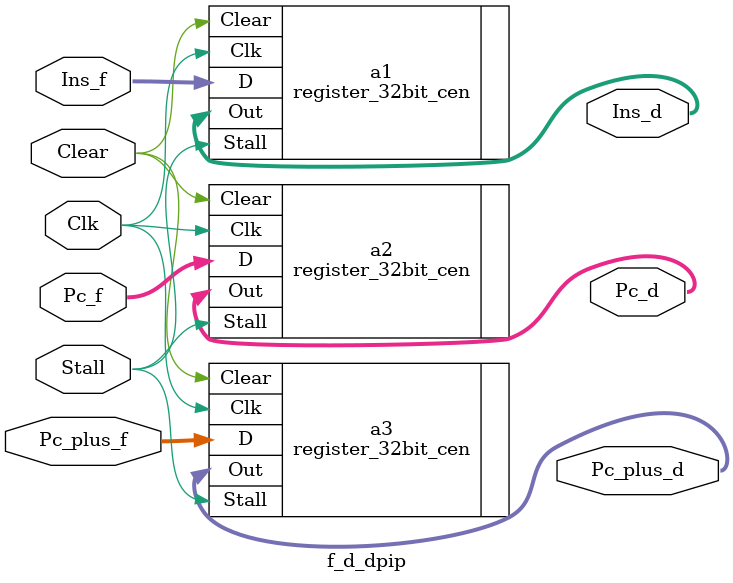
<source format=v>
`include "sequential_elements.v"

module f_d_dpip(
    input Clk,Stall,Clear,
    input [31:0] Ins_f,Pc_f,Pc_plus_f,
    output [31:0] Ins_d,Pc_d,Pc_plus_d
);

register_32bit_cen a1(.D(Ins_f), .Clear(Clear), .Stall(Stall), .Clk(Clk), .Out(Ins_d));
register_32bit_cen a2(.D(Pc_f), .Clear(Clear), .Stall(Stall), .Clk(Clk), .Out(Pc_d));
register_32bit_cen a3(.D(Pc_plus_f), .Clear(Clear), .Stall(Stall), .Clk(Clk), .Out(Pc_plus_d));


endmodule
</source>
